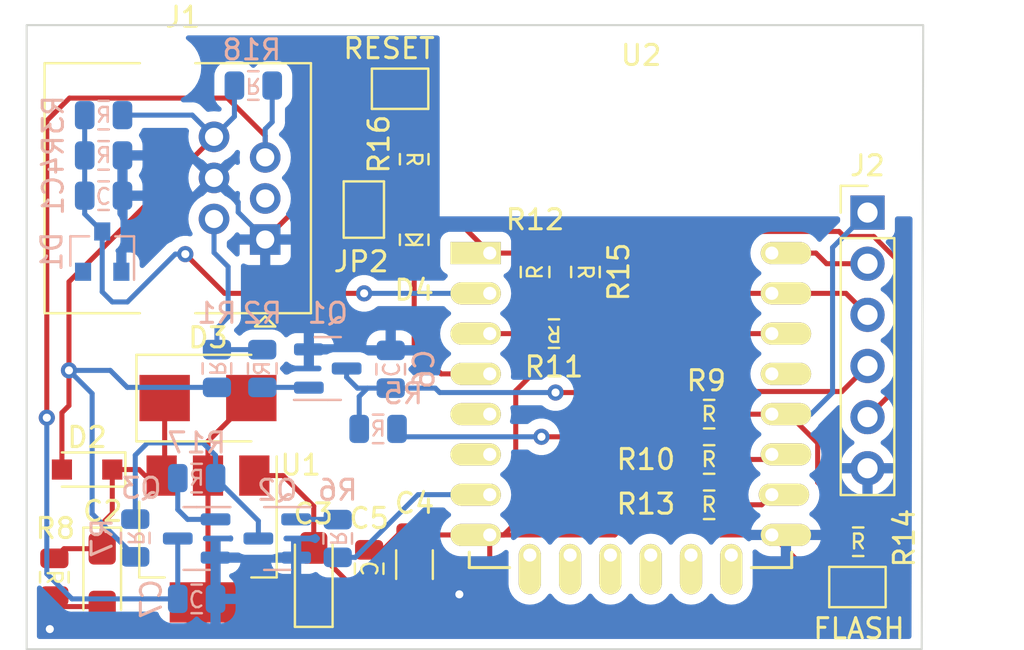
<source format=kicad_pcb>
(kicad_pcb (version 20211014) (generator pcbnew)
  (layers (0 "F.Cu" signal) (31 "B.Cu" signal) (34 "B.Paste" user) (35 "F.Paste" user) (36 "B.SilkS" user "B.Silkscreen") (37 "F.SilkS" user "F.Silkscreen") (38 "B.Mask" user) (39 "F.Mask" user) (44 "Edge.Cuts" user))
  (net 0 "")
  (net 1 "/V_MON")
  (net 2 "GND")
  (net 3 "Net-(C2-Pad1)")
  (net 4 "/3V3")
  (net 5 "/5V")
  (net 6 "/GPIO16")
  (net 7 "/nRST")
  (net 8 "/DATA")
  (net 10 "/GPIO0")
  (net 11 "Net-(JP1-Pad1)")
  (net 12 "Net-(JP2-Pad2)")
  (net 13 "Net-(Q1-Pad1)")
  (net 14 "/RTS")
  (net 15 "Net-(R6-Pad2)")
  (net 16 "/RX")
  (net 17 "/RX_EN")
  (net 18 "/GPIO2")
  (net 19 "/EN")
  (net 20 "/GPIO15")
  (net 22 "Net-(R17-Pad1)")
  (net 30 "/TX")
  (net 31 "Net-(R17-Pad2)")
  (net 33 "/DATA_REQ")
  (footprint "agro-footprint:RES_0805" (layer "F.Cu") (at 74.875 99.575)
    (fp_text reference "R10" (at -3.139822 0 180) (layer "F.SilkS"))
    (fp_text value "10k")
    (pad "1" smd roundrect locked (at -0.9375 0) (size 0.975 1.4) (layers "F.Cu" "F.Paste" "F.Mask") (net 4 "/3V3"))
    (pad "2" smd roundrect locked (at 0.9375 0) (size 0.975 1.4) (layers "F.Cu" "F.Paste" "F.Mask") (net 18 "/GPIO2"))
  )
  (footprint "Connector_RJ:RJ25_Wayconn_MJEA-660X1_Horizontal" (layer "F.Cu") (at 52.84 88.65 -90)
    (fp_text reference "J1" (at -11.05 4.09 180) (layer "F.SilkS"))
    (fp_text value "RJ12")
    (pad "" np_thru_hole circle (at 3.45 4.84 270) (size 2.3 2.3) (drill 2.3) (layers *.Cu *.Mask))
    (pad "" np_thru_hole circle (at -8.55 4.84 270) (size 2.3 2.3) (drill 2.3) (layers *.Cu *.Mask))
    (pad "1" thru_hole rect (at 0 0 270) (size 1.52 1.52) (drill 0.9) (layers *.Cu *.Mask) (net 2 "GND"))
    (pad "2" thru_hole circle (at -1.02 2.54 270) (size 1.52 1.52) (drill 0.9) (layers *.Cu *.Mask) (net 8 "/DATA"))
    (pad "3" thru_hole circle (at -2.04 0 270) (size 1.52 1.52) (drill 0.9) (layers *.Cu *.Mask))
    (pad "4" thru_hole circle (at -3.06 2.54 270) (size 1.52 1.52) (drill 0.9) (layers *.Cu *.Mask) (net 2 "GND"))
    (pad "5" thru_hole circle (at -4.08 0 270) (size 1.52 1.52) (drill 0.9) (layers *.Cu *.Mask) (net 14 "/RTS"))
    (pad "6" thru_hole circle (at -5.1 2.54 270) (size 1.52 1.52) (drill 0.9) (layers *.Cu *.Mask) (net 5 "/5V"))
  )
  (footprint "Capacitor_Tantalum_SMD:CP_EIA-3216-18_Kemet-A_Pad1.58x1.35mm_HandSolder" (layer "F.Cu") (at 44.75 105.445 -90)
    (fp_text reference "C2" (at -3.295 -0.025) (layer "F.SilkS"))
    (fp_text value "10u 10V")
    (pad "1" smd roundrect (at -1.4375 0 270) (size 1.575 1.35) (layers "F.Cu" "F.Paste" "F.Mask") (roundrect_rratio 0.185185) (net 3 "Net-(C2-Pad1)"))
    (pad "2" smd roundrect (at 1.4375 0 270) (size 1.575 1.35) (layers "F.Cu" "F.Paste" "F.Mask") (roundrect_rratio 0.185185) (net 2 "GND"))
  )
  (footprint "agro-footprint:RES_0805" (layer "F.Cu") (at 60.235178 84.6612 -90)
    (fp_text reference "R16" (at -0.75 1.75 90) (layer "F.SilkS"))
    (fp_text value "470R")
    (pad "1" smd roundrect locked (at -0.9375 0 270) (size 0.975 1.4) (layers "F.Cu" "F.Paste" "F.Mask") (net 12 "Net-(JP2-Pad2)"))
    (pad "2" smd roundrect locked (at 0.9375 0 270) (size 0.975 1.4) (layers "F.Cu" "F.Paste" "F.Mask") (net 7 "/nRST"))
  )
  (footprint "agro-footprint:RES_0805" (layer "F.Cu") (at 82.272678 103.6612)
    (fp_text reference "R14" (at 2.2887 -0.1831 90) (layer "F.SilkS"))
    (fp_text value "470R")
    (pad "1" smd roundrect locked (at -0.9375 0) (size 0.975 1.4) (layers "F.Cu" "F.Paste" "F.Mask") (net 11 "Net-(JP1-Pad1)"))
    (pad "2" smd roundrect locked (at 0.9375 0) (size 0.975 1.4) (layers "F.Cu" "F.Paste" "F.Mask") (net 10 "/GPIO0"))
  )
  (footprint "Capacitor_SMD:C_1206_3216Metric" (layer "F.Cu") (at 60.25 104.7987 -90)
    (fp_text reference "C4" (at -3.0487 0) (layer "F.SilkS"))
    (fp_text value "100u")
    (pad "1" smd roundrect (at -1.475 0 270) (size 1.15 1.8) (layers "F.Cu" "F.Paste" "F.Mask") (roundrect_rratio 0.217391) (net 4 "/3V3"))
    (pad "2" smd roundrect (at 1.475 0 270) (size 1.15 1.8) (layers "F.Cu" "F.Paste" "F.Mask") (roundrect_rratio 0.217391) (net 2 "GND"))
  )
  (footprint "kicad-ESP8266:ESP-12E" (layer "F.Cu") (at 63.985178 89.3237)
    (fp_text reference "U2" (at 7.514822 -9.8237 180) (layer "F.SilkS"))
    (fp_text value "ESP-12E" hide)
    (pad "1" thru_hole rect (at 0 0) (size 2.5 1.1) (drill 0.65 (offset -0.7 0)) (layers *.Cu *.Mask "F.SilkS") (net 7 "/nRST"))
    (pad "2" thru_hole oval (at 0 2) (size 2.5 1.1) (drill 0.65 (offset -0.7 0)) (layers *.Cu *.Mask "F.SilkS") (net 1 "/V_MON"))
    (pad "3" thru_hole oval (at 0 4) (size 2.5 1.1) (drill 0.65 (offset -0.7 0)) (layers *.Cu *.Mask "F.SilkS") (net 19 "/EN"))
    (pad "4" thru_hole oval (at 0 6) (size 2.5 1.1) (drill 0.65 (offset -0.7 0)) (layers *.Cu *.Mask "F.SilkS") (net 6 "/GPIO16"))
    (pad "5" thru_hole oval (at 0 8) (size 2.5 1.1) (drill 0.65 (offset -0.7 0)) (layers *.Cu *.Mask "F.SilkS"))
    (pad "6" thru_hole oval (at 0 10) (size 2.5 1.1) (drill 0.65 (offset -0.7 0)) (layers *.Cu *.Mask "F.SilkS"))
    (pad "7" thru_hole oval (at 0 12) (size 2.5 1.1) (drill 0.65 (offset -0.7 0)) (layers *.Cu *.Mask "F.SilkS") (net 33 "/DATA_REQ"))
    (pad "8" thru_hole oval (at 0 14) (size 2.5 1.1) (drill 0.65 (offset -0.7 0)) (layers *.Cu *.Mask "F.SilkS") (net 4 "/3V3"))
    (pad "9" thru_hole oval (at 14 14) (size 2.5 1.1) (drill 0.65 (offset 0.7 0)) (layers *.Cu *.Mask "F.SilkS") (net 2 "GND"))
    (pad "10" thru_hole oval (at 14 12) (size 2.5 1.1) (drill 0.65 (offset 0.6 0)) (layers *.Cu *.Mask "F.SilkS") (net 20 "/GPIO15"))
    (pad "11" thru_hole oval (at 14 10) (size 2.5 1.1) (drill 0.65 (offset 0.7 0)) (layers *.Cu *.Mask "F.SilkS") (net 18 "/GPIO2"))
    (pad "12" thru_hole oval (at 14 8) (size 2.5 1.1) (drill 0.65 (offset 0.7 0)) (layers *.Cu *.Mask "F.SilkS") (net 10 "/GPIO0"))
    (pad "13" thru_hole oval (at 14 6) (size 2.5 1.1) (drill 0.65 (offset 0.7 0)) (layers *.Cu *.Mask "F.SilkS"))
    (pad "14" thru_hole oval (at 14 4) (size 2.5 1.1) (drill 0.65 (offset 0.7 0)) (layers *.Cu *.Mask "F.SilkS") (net 17 "/RX_EN"))
    (pad "15" thru_hole oval (at 14 2) (size 2.5 1.1) (drill 0.65 (offset 0.7 0)) (layers *.Cu *.Mask "F.SilkS") (net 16 "/RX"))
    (pad "16" thru_hole oval (at 14 0) (size 2.5 1.1) (drill 0.65 (offset 0.7 0)) (layers *.Cu *.Mask "F.SilkS") (net 30 "/TX"))
    (pad "17" thru_hole oval (at 1.99 15 90) (size 2.5 1.1) (drill 0.65 (offset -0.7 0)) (layers *.Cu *.Mask "F.SilkS"))
    (pad "18" thru_hole oval (at 3.99 15 90) (size 2.5 1.1) (drill 0.65 (offset -0.7 0)) (layers *.Cu *.Mask "F.SilkS"))
    (pad "19" thru_hole oval (at 5.99 15 90) (size 2.5 1.1) (drill 0.65 (offset -0.7 0)) (layers *.Cu *.Mask "F.SilkS"))
    (pad "20" thru_hole oval (at 7.99 15 90) (size 2.5 1.1) (drill 0.65 (offset -0.7 0)) (layers *.Cu *.Mask "F.SilkS"))
    (pad "21" thru_hole oval (at 9.99 15 90) (size 2.5 1.1) (drill 0.65 (offset -0.7 0)) (layers *.Cu *.Mask "F.SilkS"))
    (pad "22" thru_hole oval (at 11.99 15 90) (size 2.5 1.1) (drill 0.65 (offset -0.7 0)) (layers *.Cu *.Mask "F.SilkS"))
  )
  (footprint "Diode_SMD:D_SOD-323_HandSoldering" (layer "F.Cu") (at 44 100.075 180)
    (fp_text reference "D2" (at 0 1.6) (layer "F.SilkS"))
    (fp_text value "CUS10S30")
    (pad "1" smd rect (at -1.25 0 180) (size 1 1) (layers "F.Cu" "F.Paste" "F.Mask") (net 3 "Net-(C2-Pad1)"))
    (pad "2" smd rect (at 1.25 0 180) (size 1 1) (layers "F.Cu" "F.Paste" "F.Mask") (net 5 "/5V"))
  )
  (footprint "agro-footprint:RES_0805" (layer "F.Cu") (at 67.172678 93.3237 180)
    (fp_text reference "R11" (at 0 -1.65) (layer "F.SilkS"))
    (fp_text value "10k")
    (pad "1" smd roundrect locked (at -0.9375 0 180) (size 0.975 1.4) (layers "F.Cu" "F.Paste" "F.Mask") (net 4 "/3V3"))
    (pad "2" smd roundrect locked (at 0.9375 0 180) (size 0.975 1.4) (layers "F.Cu" "F.Paste" "F.Mask") (net 19 "/EN"))
  )
  (footprint "Connector_PinHeader_2.54mm:PinHeader_1x06_P2.54mm_Vertical" (layer "F.Cu") (at 82.735178 87.3112)
    (fp_text reference "J2" (at 0 -2.33) (layer "F.SilkS"))
    (fp_text value "Conn_01x06")
    (pad "1" thru_hole rect (at 0 0) (size 1.7 1.7) (drill 1) (layers *.Cu *.Mask) (net 10 "/GPIO0"))
    (pad "2" thru_hole oval (at 0 2.54) (size 1.7 1.7) (drill 1) (layers *.Cu *.Mask) (net 30 "/TX"))
    (pad "3" thru_hole oval (at 0 5.08) (size 1.7 1.7) (drill 1) (layers *.Cu *.Mask) (net 16 "/RX"))
    (pad "4" thru_hole oval (at 0 7.62) (size 1.7 1.7) (drill 1) (layers *.Cu *.Mask) (net 4 "/3V3"))
    (pad "5" thru_hole oval (at 0 10.16) (size 1.7 1.7) (drill 1) (layers *.Cu *.Mask) (net 7 "/nRST"))
    (pad "6" thru_hole oval (at 0 12.7) (size 1.7 1.7) (drill 1) (layers *.Cu *.Mask) (net 2 "GND"))
  )
  (footprint "Jumper:SolderJumper-2_P1.3mm_Open_TrianglePad1.0x1.5mm" (layer "F.Cu") (at 57.735178 87.1612 90)
    (fp_text reference "JP2" (at -2.5888 -0.135178 180) (layer "F.SilkS"))
    (fp_text value "SolderJumper_2_Open")
    (pad "1" smd custom (at -0.725 0 90) (size 0.3 0.3) (layers "F.Cu" "F.Mask") (net 6 "/GPIO16") (options (clearance outline) (anchor rect)) (primitives (gr_poly (pts (xy 1 0) (xy 0.5 0.75) (xy -0.5 0.75) (xy -0.5 -0.75) (xy 0.5 -0.75)) (width 0) (fill yes))))
    (pad "2" smd custom (at 0.725 0 90) (size 0.3 0.3) (layers "F.Cu" "F.Mask") (net 12 "Net-(JP2-Pad2)") (options (clearance outline) (anchor rect)) (primitives (gr_poly (pts (xy 0.5 0.75) (xy -0.65 0.75) (xy -0.15 0) (xy -0.65 -0.75) (xy 0.5 -0.75)) (width 0) (fill yes))))
  )
  (footprint "agro-footprint:LED_0805" (layer "F.Cu") (at 60.235178 88.6612 90)
    (fp_text reference "D4" (at -2.5 0 180) (layer "F.SilkS"))
    (fp_text value "LED")
    (pad "1" smd roundrect locked (at -0.9375 0 90) (size 0.975 1.4) (layers "F.Cu" "F.Paste" "F.Mask") (net 6 "/GPIO16"))
    (pad "2" smd roundrect locked (at 0.9375 0 90) (size 0.975 1.4) (layers "F.Cu" "F.Paste" "F.Mask") (net 7 "/nRST"))
  )
  (footprint "agro-footprint:RES_0805" (layer "F.Cu") (at 74.875 97.3237)
    (fp_text reference "R9" (at -0.139822 -1.6625) (layer "F.SilkS"))
    (fp_text value "10k")
    (pad "1" smd roundrect locked (at -0.9375 0) (size 0.975 1.4) (layers "F.Cu" "F.Paste" "F.Mask") (net 4 "/3V3"))
    (pad "2" smd roundrect locked (at 0.9375 0) (size 0.975 1.4) (layers "F.Cu" "F.Paste" "F.Mask") (net 10 "/GPIO0"))
  )
  (footprint "Capacitor_Tantalum_SMD:CP_EIA-3216-18_Kemet-A_Pad1.58x1.35mm_HandSolder" (layer "F.Cu") (at 55.25 105.405 90)
    (fp_text reference "C3" (at 3.13 -0.025) (layer "F.SilkS"))
    (fp_text value "10u 10V")
    (pad "1" smd roundrect (at -1.4375 0 90) (size 1.575 1.35) (layers "F.Cu" "F.Paste" "F.Mask") (roundrect_rratio 0.185185) (net 4 "/3V3"))
    (pad "2" smd roundrect (at 1.4375 0 90) (size 1.575 1.35) (layers "F.Cu" "F.Paste" "F.Mask") (roundrect_rratio 0.185185) (net 2 "GND"))
  )
  (footprint "agro-footprint:CAP_0805" (layer "F.Cu") (at 58 105 -90)
    (fp_text reference "C5" (at -2.5 0 180) (layer "F.SilkS"))
    (fp_text value "100n")
    (pad "1" smd roundrect locked (at -0.9375 0 270) (size 0.975 1.4) (layers "F.Cu" "F.Paste" "F.Mask") (net 4 "/3V3"))
    (pad "2" smd roundrect locked (at 0.9375 0 270) (size 0.975 1.4) (layers "F.Cu" "F.Paste" "F.Mask") (net 2 "GND"))
  )
  (footprint "agro-footprint:RES_0805" (layer "F.Cu") (at 74.875 101.8263)
    (fp_text reference "R13" (at -3.139822 -0.0381 180) (layer "F.SilkS"))
    (fp_text value "10k")
    (pad "1" smd roundrect locked (at -0.9375 0) (size 0.975 1.4) (layers "F.Cu" "F.Paste" "F.Mask") (net 2 "GND"))
    (pad "2" smd roundrect locked (at 0.9375 0) (size 0.975 1.4) (layers "F.Cu" "F.Paste" "F.Mask") (net 20 "/GPIO15"))
  )
  (footprint "agro-footprint:RES_0805" (layer "F.Cu") (at 68.735178 90.2612 -90)
    (fp_text reference "R15" (at 0 -1.65 90) (layer "F.SilkS"))
    (fp_text value "470R")
    (pad "1" smd roundrect locked (at -0.9375 0 270) (size 0.975 1.4) (layers "F.Cu" "F.Paste" "F.Mask") (net 7 "/nRST"))
    (pad "2" smd roundrect locked (at 0.9375 0 270) (size 0.975 1.4) (layers "F.Cu" "F.Paste" "F.Mask") (net 4 "/3V3"))
  )
  (footprint "Jumper:SolderJumper-2_P1.3mm_Open_TrianglePad1.0x1.5mm" (layer "F.Cu") (at 59.535178 81.1612)
    (fp_text reference "JP3" hide)
    (fp_text value "SolderJumper_2_Open")
    (fp_text user "RESET" (at -0.55 -2 unlocked) (layer "F.SilkS"))
    (pad "1" smd custom (at -0.725 0) (size 0.3 0.3) (layers "F.Cu" "F.Mask") (net 2 "GND") (options (clearance outline) (anchor rect)) (primitives (gr_poly (pts (xy 1 0) (xy 0.5 0.75) (xy -0.5 0.75) (xy -0.5 -0.75) (xy 0.5 -0.75)) (width 0) (fill yes))))
    (pad "2" smd custom (at 0.725 0) (size 0.3 0.3) (layers "F.Cu" "F.Mask") (net 12 "Net-(JP2-Pad2)") (options (clearance outline) (anchor rect)) (primitives (gr_poly (pts (xy 0.5 0.75) (xy -0.65 0.75) (xy -0.15 0) (xy -0.65 -0.75) (xy 0.5 -0.75)) (width 0) (fill yes))))
  )
  (footprint "agro-footprint:RES_0805" (layer "F.Cu") (at 42.375 105.425 -90)
    (fp_text reference "R8" (at -2.425 -0.05) (layer "F.SilkS"))
    (fp_text value "10k")
    (pad "1" smd roundrect locked (at -0.9375 0 270) (size 0.975 1.4) (layers "F.Cu" "F.Paste" "F.Mask") (net 3 "Net-(C2-Pad1)"))
    (pad "2" smd roundrect locked (at 0.9375 0 270) (size 0.975 1.4) (layers "F.Cu" "F.Paste" "F.Mask") (net 2 "GND"))
  )
  (footprint "agro-footprint:RES_0805" (layer "F.Cu") (at 66.235178 90.2612 90)
    (fp_text reference "R12" (at 2.6 0 180) (layer "F.SilkS"))
    (fp_text value "10k")
    (pad "1" smd roundrect locked (at -0.9375 0 90) (size 0.975 1.4) (layers "F.Cu" "F.Paste" "F.Mask") (net 4 "/3V3"))
    (pad "2" smd roundrect locked (at 0.9375 0 90) (size 0.975 1.4) (layers "F.Cu" "F.Paste" "F.Mask") (net 7 "/nRST"))
  )
  (footprint "Package_TO_SOT_SMD:SOT-223-3_TabPin2" (layer "F.Cu") (at 50 103.525 -90)
    (fp_text reference "U1" (at -3.675 -4.6 180) (layer "F.SilkS"))
    (fp_text value "LM1117")
    (pad "1" smd rect (at -3.15 -2.3 270) (size 2 1.5) (layers "F.Cu" "F.Paste" "F.Mask") (net 2 "GND"))
    (pad "2" smd rect (at -3.15 0 270) (size 2 1.5) (layers "F.Cu" "F.Paste" "F.Mask") (net 4 "/3V3"))
    (pad "2" smd rect (at 3.15 0 270) (size 2 3.8) (layers "F.Cu" "F.Paste" "F.Mask") (net 4 "/3V3"))
    (pad "3" smd rect (at -3.15 2.3 270) (size 2 1.5) (layers "F.Cu" "F.Paste" "F.Mask") (net 3 "Net-(C2-Pad1)"))
  )
  (footprint "Diode_SMD:D_SMB" (layer "F.Cu") (at 50 96.525)
    (fp_text reference "D3" (at 0 -3) (layer "F.SilkS"))
    (fp_text value "10BQ015")
    (pad "1" smd rect (at -2.15 0) (size 2.5 2.3) (layers "F.Cu" "F.Paste" "F.Mask") (net 3 "Net-(C2-Pad1)"))
    (pad "2" smd rect (at 2.15 0) (size 2.5 2.3) (layers "F.Cu" "F.Paste" "F.Mask") (net 4 "/3V3"))
  )
  (footprint "Jumper:SolderJumper-2_P1.3mm_Open_TrianglePad1.0x1.5mm" (layer "F.Cu") (at 82.235178 105.9112 180)
    (fp_text reference "JP1" hide)
    (fp_text value "SolderJumper_2_Open")
    (fp_text user "FLASH" (at -0.0762 -2.0669 unlocked) (layer "F.SilkS"))
    (pad "1" smd custom (at -0.725 0 180) (size 0.3 0.3) (layers "F.Cu" "F.Mask") (net 11 "Net-(JP1-Pad1)") (options (clearance outline) (anchor rect)) (primitives (gr_poly (pts (xy 1 0) (xy 0.5 0.75) (xy -0.5 0.75) (xy -0.5 -0.75) (xy 0.5 -0.75)) (width 0) (fill yes))))
    (pad "2" smd custom (at 0.725 0 180) (size 0.3 0.3) (layers "F.Cu" "F.Mask") (net 2 "GND") (options (clearance outline) (anchor rect)) (primitives (gr_poly (pts (xy 0.5 0.75) (xy -0.65 0.75) (xy -0.15 0) (xy -0.65 -0.75) (xy 0.5 -0.75)) (width 0) (fill yes))))
  )
  (footprint "Diode_SMD:D_SOT-23_ANK" (layer "B.Cu") (at 44.75 89.25 90)
    (fp_text reference "D1" (at 0 -2.5 90) (layer "B.SilkS") (effects (justify mirror)))
    (fp_text value "BZX84C3V3")
    (pad "" smd rect (at -1 -0.95 90) (size 0.9 0.8) (layers "B.Cu" "B.Paste" "B.Mask"))
    (pad "1" smd rect (at 1 0 90) (size 0.9 0.8) (layers "B.Cu" "B.Paste" "B.Mask") (net 1 "/V_MON"))
    (pad "2" smd rect (at -1 0.95 90) (size 0.9 0.8) (layers "B.Cu" "B.Paste" "B.Mask") (net 2 "GND"))
  )
  (footprint "agro-footprint:RES_0805" (layer "B.Cu") (at 52.69375 95.05625 -90)
    (fp_text reference "R2" (at -2.75 0) (layer "B.SilkS") (effects (justify mirror)))
    (fp_text value "2k2")
    (pad "1" smd roundrect locked (at -0.9375 0 270) (size 0.975 1.4) (layers "B.Cu" "B.Paste" "B.Mask") (net 8 "/DATA"))
    (pad "2" smd roundrect locked (at 0.9375 0 270) (size 0.975 1.4) (layers "B.Cu" "B.Paste" "B.Mask") (net 13 "Net-(Q1-Pad1)"))
  )
  (footprint "agro-footprint:RES_0805" (layer "B.Cu") (at 52.25 81)
    (fp_text reference "R18" (at -0.075 -1.775) (layer "B.SilkS") (effects (justify mirror)))
    (fp_text value "10k")
    (pad "1" smd roundrect locked (at -0.9375 0) (size 0.975 1.4) (layers "B.Cu" "B.Paste" "B.Mask") (net 5 "/5V"))
    (pad "2" smd roundrect locked (at 0.9375 0) (size 0.975 1.4) (layers "B.Cu" "B.Paste" "B.Mask") (net 14 "/RTS"))
  )
  (footprint "Package_TO_SOT_SMD:SOT-23" (layer "B.Cu") (at 49.4375 103.5 180)
    (fp_text reference "Q3" (at 2.75 2.5) (layer "B.SilkS") (effects (justify mirror)))
    (fp_text value "BC847B")
    (pad "1" smd roundrect (at -0.9375 0.95 180) (size 1.475 0.6) (layers "B.Cu" "B.Paste" "B.Mask") (net 31 "Net-(R17-Pad2)"))
    (pad "2" smd roundrect (at -0.9375 -0.95 180) (size 1.475 0.6) (layers "B.Cu" "B.Paste" "B.Mask") (net 2 "GND"))
    (pad "3" smd roundrect (at 0.9375 0 180) (size 1.475 0.6) (layers "B.Cu" "B.Paste" "B.Mask") (net 14 "/RTS"))
  )
  (footprint "agro-footprint:CAP_0805" (layer "B.Cu") (at 44.8182 86.4706)
    (fp_text reference "C1" (at -2.5 0 90) (layer "B.SilkS") (effects (justify mirror)))
    (fp_text value "10n 50V")
    (pad "1" smd roundrect locked (at -0.9375 0) (size 0.975 1.4) (layers "B.Cu" "B.Paste" "B.Mask") (net 1 "/V_MON"))
    (pad "2" smd roundrect locked (at 0.9375 0) (size 0.975 1.4) (layers "B.Cu" "B.Paste" "B.Mask") (net 2 "GND"))
  )
  (footprint "agro-footprint:RES_0805" (layer "B.Cu") (at 44.8182 84.4706 180)
    (fp_text reference "R4" (at 2.5 0 90) (layer "B.SilkS") (effects (justify mirror)))
    (fp_text value "1k1")
    (pad "1" smd roundrect locked (at -0.9375 0 180) (size 0.975 1.4) (layers "B.Cu" "B.Paste" "B.Mask") (net 2 "GND"))
    (pad "2" smd roundrect locked (at 0.9375 0 180) (size 0.975 1.4) (layers "B.Cu" "B.Paste" "B.Mask") (net 1 "/V_MON"))
  )
  (footprint "agro-footprint:RES_0805" (layer "B.Cu") (at 46.3907 103.4746 90)
    (fp_text reference "R7" (at 0 -1.65 90) (layer "B.SilkS") (effects (justify mirror)))
    (fp_text value "10k")
    (pad "1" smd roundrect locked (at -0.9375 0 90) (size 0.975 1.4) (layers "B.Cu" "B.Paste" "B.Mask") (net 5 "/5V"))
    (pad "2" smd roundrect locked (at 0.9375 0 90) (size 0.975 1.4) (layers "B.Cu" "B.Paste" "B.Mask") (net 22 "Net-(R17-Pad1)"))
  )
  (footprint "agro-footprint:RES_0805" (layer "B.Cu") (at 50.44375 95.05625 90)
    (fp_text reference "R1" (at 2.75 0) (layer "B.SilkS") (effects (justify mirror)))
    (fp_text value "10k")
    (pad "1" smd roundrect locked (at -0.9375 0 90) (size 0.975 1.4) (layers "B.Cu" "B.Paste" "B.Mask") (net 5 "/5V"))
    (pad "2" smd roundrect locked (at 0.9375 0 90) (size 0.975 1.4) (layers "B.Cu" "B.Paste" "B.Mask") (net 8 "/DATA"))
  )
  (footprint "agro-footprint:RES_0805" (layer "B.Cu") (at 49.4375 100.5 180)
    (fp_text reference "R17" (at 0 1.75) (layer "B.SilkS") (effects (justify mirror)))
    (fp_text value "2k2")
    (pad "1" smd roundrect locked (at -0.9375 0 180) (size 0.975 1.4) (layers "B.Cu" "B.Paste" "B.Mask") (net 22 "Net-(R17-Pad1)"))
    (pad "2" smd roundrect locked (at 0.9375 0 180) (size 0.975 1.4) (layers "B.Cu" "B.Paste" "B.Mask") (net 31 "Net-(R17-Pad2)"))
  )
  (footprint "agro-footprint:RES_0805" (layer "B.Cu") (at 58.44375 98.05625 180)
    (fp_text reference "R5" (at -1.25 1.75) (layer "B.SilkS") (effects (justify mirror)))
    (fp_text value "2k2")
    (pad "1" smd roundrect locked (at -0.9375 0 180) (size 0.975 1.4) (layers "B.Cu" "B.Paste" "B.Mask") (net 17 "/RX_EN"))
    (pad "2" smd roundrect locked (at 0.9375 0 180) (size 0.975 1.4) (layers "B.Cu" "B.Paste" "B.Mask") (net 16 "/RX"))
  )
  (footprint "Package_TO_SOT_SMD:SOT-23" (layer "B.Cu") (at 53.4375 103.5 180)
    (fp_text reference "Q2" (at 0 2.4) (layer "B.SilkS") (effects (justify mirror)))
    (fp_text value "BC847B")
    (pad "1" smd roundrect (at -0.9375 0.95 180) (size 1.475 0.6) (layers "B.Cu" "B.Paste" "B.Mask") (net 15 "Net-(R6-Pad2)"))
    (pad "2" smd roundrect (at -0.9375 -0.95 180) (size 1.475 0.6) (layers "B.Cu" "B.Paste" "B.Mask") (net 2 "GND"))
    (pad "3" smd roundrect (at 0.9375 0 180) (size 1.475 0.6) (layers "B.Cu" "B.Paste" "B.Mask") (net 22 "Net-(R17-Pad1)"))
  )
  (footprint "agro-footprint:RES_0805" (layer "B.Cu") (at 56.4375 103.5 90)
    (fp_text reference "R6" (at 2.4 0) (layer "B.SilkS") (effects (justify mirror)))
    (fp_text value "2k2")
    (pad "1" smd roundrect locked (at -0.9375 0 90) (size 0.975 1.4) (layers "B.Cu" "B.Paste" "B.Mask") (net 33 "/DATA_REQ"))
    (pad "2" smd roundrect locked (at 0.9375 0 90) (size 0.975 1.4) (layers "B.Cu" "B.Paste" "B.Mask") (net 15 "Net-(R6-Pad2)"))
  )
  (footprint "agro-footprint:RES_0805" (layer "B.Cu") (at 44.8182 82.4706 180)
    (fp_text reference "R3" (at 2.5 0 90) (layer "B.SilkS") (effects (justify mirror)))
    (fp_text value "5k")
    (pad "1" smd roundrect locked (at -0.9375 0 180) (size 0.975 1.4) (layers "B.Cu" "B.Paste" "B.Mask") (net 5 "/5V"))
    (pad "2" smd roundrect locked (at 0.9375 0 180) (size 0.975 1.4) (layers "B.Cu" "B.Paste" "B.Mask") (net 1 "/V_MON"))
  )
  (footprint "Package_TO_SOT_SMD:SOT-23" (layer "B.Cu") (at 55.94375 95.05625)
    (fp_text reference "Q1" (at 0 -2.75) (layer "B.SilkS") (effects (justify mirror)))
    (fp_text value "BC847B")
    (pad "1" smd roundrect (at -0.9375 0.95) (size 1.475 0.6) (layers "B.Cu" "B.Paste" "B.Mask") (net 13 "Net-(Q1-Pad1)"))
    (pad "2" smd roundrect (at -0.9375 -0.95) (size 1.475 0.6) (layers "B.Cu" "B.Paste" "B.Mask") (net 2 "GND"))
    (pad "3" smd roundrect (at 0.9375 0) (size 1.475 0.6) (layers "B.Cu" "B.Paste" "B.Mask") (net 16 "/RX"))
  )
  (footprint "agro-footprint:CAP_0805" (layer "B.Cu") (at 59.06875 95.09375 90)
    (fp_text reference "C6" (at 0 1.65 90) (layer "B.SilkS") (effects (justify mirror)))
    (fp_text value "10n 50V")
    (pad "1" smd roundrect locked (at -0.9375 0 90) (size 0.975 1.4) (layers "B.Cu" "B.Paste" "B.Mask") (net 16 "/RX"))
    (pad "2" smd roundrect locked (at 0.9375 0 90) (size 0.975 1.4) (layers "B.Cu" "B.Paste" "B.Mask") (net 2 "GND"))
  )
  (footprint "agro-footprint:CAP_0805" (layer "B.Cu") (at 49.4375 106.5)
    (fp_text reference "C7" (at -2.25 0 90) (layer "B.SilkS") (effects (justify mirror)))
    (fp_text value "10n 50V")
    (pad "1" smd roundrect locked (at -0.9375 0) (size 0.975 1.4) (layers "B.Cu" "B.Paste" "B.Mask") (net 14 "/RTS"))
    (pad "2" smd roundrect locked (at 0.9375 0) (size 0.975 1.4) (layers "B.Cu" "B.Paste" "B.Mask") (net 2 "GND"))
  )
  (gr_poly (pts (xy 85.425 109) (xy 41 109) (xy 41 78) (xy 85.5 78)) (layer "Edge.Cuts") (width 0.1) (fill none))
  (segment (start 50.8237 91.3237) (end 48.875 89.375) (width 0.25) (layer "F.Cu") (net 1))
  (segment (start 57.75 91.3237) (end 50.8237 91.3237) (width 0.25) (layer "F.Cu") (net 1))
  (via (at 57.75 91.3237) (size 0.8) (drill 0.4) (layers "F.Cu" "B.Cu") (net 1))
  (via (at 48.875 89.375) (size 0.8) (drill 0.4) (layers "F.Cu" "B.Cu") (net 1))
  (segment (start 43.8807 86.4706) (end 43.8807 87.3807) (width 0.25) (layer "B.Cu") (net 1))
  (segment (start 46 91.75) (end 48.375 89.375) (width 0.25) (layer "B.Cu") (net 1))
  (segment (start 63.985178 91.3237) (end 57.75 91.3237) (width 0.25) (layer "B.Cu") (net 1))
  (segment (start 44.75 91.25) (end 45.25 91.75) (width 0.25) (layer "B.Cu") (net 1))
  (segment (start 43.8807 84.4706) (end 43.8807 86.4706) (width 0.25) (layer "B.Cu") (net 1))
  (segment (start 43.8807 87.3807) (end 44.75 88.25) (width 0.25) (layer "B.Cu") (net 1))
  (segment (start 43.8807 82.4706) (end 43.8807 84.4706) (width 0.25) (layer "B.Cu") (net 1))
  (segment (start 44.75 88.25) (end 44.75 91.25) (width 0.25) (layer "B.Cu") (net 1))
  (segment (start 45.25 91.75) (end 46 91.75) (width 0.25) (layer "B.Cu") (net 1))
  (segment (start 48.375 89.375) (end 48.875 89.375) (width 0.25) (layer "B.Cu") (net 1))
  (segment (start 81.510178 105.9112) (end 80.572678 105.9112) (width 0.25) (layer "F.Cu") (net 2))
  (segment (start 57.22 105.9375) (end 55.25 103.9675) (width 0.25) (layer "F.Cu") (net 2))
  (segment (start 52.3 100.375) (end 53.725 100.375) (width 0.25) (layer "F.Cu") (net 2))
  (segment (start 44.75 106.8825) (end 42.895 106.8825) (width 0.25) (layer "F.Cu") (net 2))
  (segment (start 42.15 108) (end 42.15 106.5875) (width 0.25) (layer "F.Cu") (net 2))
  (segment (start 75.4349 103.3237) (end 73.9375 101.8263) (width 0.25) (layer "F.Cu") (net 2))
  (segment (start 58.810178 81.1612) (end 57.0888 81.1612) (width 0.25) (layer "F.Cu") (net 2))
  (segment (start 53.725 100.375) (end 55.25 101.9) (width 0.25) (layer "F.Cu") (net 2))
  (segment (start 57.0888 81.1612) (end 55.25 83) (width 0.25) (layer "F.Cu") (net 2))
  (segment (start 58.9375 105.9375) (end 58 105.9375) (width 0.25) (layer "F.Cu") (net 2))
  (segment (start 59.2737 106.2737) (end 58.9375 105.9375) (width 0.25) (layer "F.Cu") (net 2))
  (segment (start 55.25 103.9675) (end 55.25 101.9) (width 0.25) (layer "F.Cu") (net 2))
  (segment (start 60.25 106.2737) (end 59.2737 106.2737) (width 0.25) (layer "F.Cu") (net 2))
  (segment (start 42.15 106.5875) (end 42.375 106.3625) (width 0.25) (layer "F.Cu") (net 2))
  (segment (start 80.572678 105.9112) (end 77.985178 103.3237) (width 0.25) (layer "F.Cu") (net 2))
  (segment (start 60.25 106.2737) (end 62.4763 106.2737) (width 0.25) (layer "F.Cu") (net 2))
  (segment (start 58 105.9375) (end 57.22 105.9375) (width 0.25) (layer "F.Cu") (net 2))
  (segment (start 55.25 86.24) (end 55.25 83) (width 0.25) (layer "F.Cu") (net 2))
  (segment (start 52.84 88.65) (end 55.25 86.24) (width 0.25) (layer "F.Cu") (net 2))
  (segment (start 42.895 106.8825) (end 42.375 106.3625) (width 0.25) (layer "F.Cu") (net 2))
  (segment (start 77.985178 103.3237) (end 75.4349 103.3237) (width 0.25) (layer "F.Cu") (net 2))
  (via (at 62.4763 106.2737) (size 0.8) (drill 0.4) (layers "F.Cu" "B.Cu") (net 2))
  (via (at 42.15 108) (size 0.8) (drill 0.4) (layers "F.Cu" "B.Cu") (net 2))
  (segment (start 52.65 88.445578) (end 51.5 87.295578) (width 0.25) (layer "B.Cu") (net 2))
  (segment (start 51.5 87.295578) (end 51.5 86.79) (width 0.25) (layer "B.Cu") (net 2))
  (segment (start 52.84 88.65) (end 52.65 88.65) (width 0.25) (layer "B.Cu") (net 2))
  (segment (start 51.5 86.79) (end 50.3 85.59) (width 0.25) (layer "B.Cu") (net 2))
  (segment (start 52.65 88.65) (end 52.65 88.445578) (width 0.25) (layer "B.Cu") (net 2))
  (segment (start 46.575 100.075) (end 45.25 100.075) (width 0.25) (layer "F.Cu") (net 3))
  (segment (start 47.85 96.525) (end 47.85 100.225) (width 0.25) (layer "F.Cu") (net 3))
  (segment (start 45.25 102.25) (end 45.25 100.075) (width 0.25) (layer "F.Cu") (net 3))
  (segment (start 44.75 102.75) (end 45.25 102.25) (width 0.25) (layer "F.Cu") (net 3))
  (segment (start 44.75 104.0075) (end 44.75 102.75) (width 0.25) (layer "F.Cu") (net 3))
  (segment (start 46.875 100.375) (end 46.575 100.075) (width 0.25) (layer "F.Cu") (net 3))
  (segment (start 47.7 100.375) (end 46.875 100.375) (width 0.25) (layer "F.Cu") (net 3))
  (segment (start 42.855 104.0075) (end 42.375 104.4875) (width 0.25) (layer "F.Cu") (net 3))
  (segment (start 44.75 104.0075) (end 42.855 104.0075) (width 0.25) (layer "F.Cu") (net 3))
  (segment (start 63.985178 107.264822) (end 63.985178 103.3237) (width 0.25) (layer "F.Cu") (net 4))
  (segment (start 63.985178 103.3237) (end 70.1888 103.3237) (width 0.25) (layer "F.Cu") (net 4))
  (segment (start 81.467678 96.1987) (end 74.6987 96.1987) (width 0.25) (layer "F.Cu") (net 4))
  (segment (start 56.0925 106.8425) (end 57 107.75) (width 0.25) (layer "F.Cu") (net 4))
  (segment (start 55.25 106.8425) (end 56.0925 106.8425) (width 0.25) (layer "F.Cu") (net 4))
  (segment (start 50 100.375) (end 50 106.675) (width 0.25) (layer "F.Cu") (net 4))
  (segment (start 64.6763 103.3237) (end 63.985178 103.3237) (width 0.25) (layer "F.Cu") (net 4))
  (segment (start 74.6987 96.1987) (end 73.9375 96.9599) (width 0.25) (layer "F.Cu") (net 4))
  (segment (start 68.735178 92.6987) (end 68.110178 93.3237) (width 0.25) (layer "F.Cu") (net 4))
  (segment (start 50 100.375) (end 50 98.675) (width 0.25) (layer "F.Cu") (net 4))
  (segment (start 58.6875 104.0625) (end 58 104.0625) (width 0.25) (layer "F.Cu") (net 4))
  (segment (start 63.985178 103.3237) (end 60.25 103.3237) (width 0.25) (layer "F.Cu") (net 4))
  (segment (start 73.9375 99.575) (end 73.9375 97.3237) (width 0.25) (layer "F.Cu") (net 4))
  (segment (start 66.235178 91.1987) (end 68.735178 91.1987) (width 0.25) (layer "F.Cu") (net 4))
  (segment (start 65.275 96.158878) (end 65.275 102.725) (width 0.25) (layer "F.Cu") (net 4))
  (segment (start 50 98.675) (end 52.15 96.525) (width 0.25) (layer "F.Cu") (net 4))
  (segment (start 65.275 102.725) (end 64.6763 103.3237) (width 0.25) (layer "F.Cu") (net 4))
  (segment (start 59.4263 103.3237) (end 58.6875 104.0625) (width 0.25) (layer "F.Cu") (net 4))
  (segment (start 68.735178 91.1987) (end 68.735178 92.6987) (width 0.25) (layer "F.Cu") (net 4))
  (segment (start 73.9375 96.9599) (end 73.9375 97.3237) (width 0.25) (layer "F.Cu") (net 4))
  (segment (start 63.5 107.75) (end 63.985178 107.264822) (width 0.25) (layer "F.Cu") (net 4))
  (segment (start 55.25 106.8425) (end 53.2425 106.8425) (width 0.25) (layer "F.Cu") (net 4))
  (segment (start 53.075 106.675) (end 50 106.675) (width 0.25) (layer "F.Cu") (net 4))
  (segment (start 68.110178 93.3237) (end 65.275 96.158878) (width 0.25) (layer "F.Cu") (net 4))
  (segment (start 60.25 103.3237) (end 59.4263 103.3237) (width 0.25) (layer "F.Cu") (net 4))
  (segment (start 57 107.75) (end 63.5 107.75) (width 0.25) (layer "F.Cu") (net 4))
  (segment (start 70.1888 103.3237) (end 73.9375 99.575) (width 0.25) (layer "F.Cu") (net 4))
  (segment (start 53.2425 106.8425) (end 53.075 106.675) (width 0.25) (layer "F.Cu") (net 4))
  (segment (start 82.735178 94.9312) (end 81.467678 96.1987) (width 0.25) (layer "F.Cu") (net 4))
  (segment (start 42.75 97.25) (end 43 97) (width 0.25) (layer "F.Cu") (net 5))
  (segment (start 43.1 90.75) (end 50.3 83.55) (width 0.25) (layer "F.Cu") (net 5))
  (segment (start 43.1 96.9) (end 43.1 95.15) (width 0.25) (layer "F.Cu") (net 5))
  (segment (start 43.1 90.75) (end 43.1 95.15) (width 0.25) (layer "F.Cu") (net 5))
  (segment (start 42.75 100.075) (end 42.75 97.25) (width 0.25) (layer "F.Cu") (net 5))
  (segment (start 43 97) (end 43.1 96.9) (width 0.25) (layer "F.Cu") (net 5))
  (via (at 43.1 95.15) (size 0.8) (drill 0.4) (layers "F.Cu" "B.Cu") (net 5))
  (segment (start 46.3907 104.4121) (end 44.25 102.2714) (width 0.25) (layer "B.Cu") (net 5))
  (segment (start 44.25 96.3) (end 43.1 95.15) (width 0.25) (layer "B.Cu") (net 5))
  (segment (start 44.25 102.2714) (end 44.25 96.3) (width 0.25) (layer "B.Cu") (net 5))
  (segment (start 45.15 95.15) (end 45.99375 95.99375) (width 0.25) (layer "B.Cu") (net 5))
  (segment (start 51.3125 81) (end 51.3125 82.5375) (width 0.25) (layer "B.Cu") (net 5))
  (segment (start 49.2206 82.4706) (end 50.3 83.55) (width 0.25) (layer "B.Cu") (net 5))
  (segment (start 45.7557 82.4706) (end 49.2206 82.4706) (width 0.25) (layer "B.Cu") (net 5))
  (segment (start 51.3125 82.5375) (end 50.3 83.55) (width 0.25) (layer "B.Cu") (net 5))
  (segment (start 43.1 95.15) (end 45.15 95.15) (width 0.25) (layer "B.Cu") (net 5))
  (segment (start 45.99375 95.99375) (end 50.44375 95.99375) (width 0.25) (layer "B.Cu") (net 5))
  (segment (start 61.5737 95.3237) (end 63.985178 95.3237) (width 0.25) (layer "F.Cu") (net 6))
  (segment (start 60.235178 93.985178) (end 61.5737 95.3237) (width 0.25) (layer "F.Cu") (net 6))
  (segment (start 58.0987 89.5987) (end 60.235178 89.5987) (width 0.25) (layer "F.Cu") (net 6))
  (segment (start 57.735178 89.235178) (end 58.0987 89.5987) (width 0.25) (layer "F.Cu") (net 6))
  (segment (start 60.235178 89.5987) (end 60.235178 93.985178) (width 0.25) (layer "F.Cu") (net 6))
  (segment (start 57.735178 87.8862) (end 57.735178 89.235178) (width 0.25) (layer "F.Cu") (net 6))
  (segment (start 83.045679 88.5) (end 84.25 89.704321) (width 0.25) (layer "F.Cu") (net 7))
  (segment (start 81.573978 88.5) (end 83.045679 88.5) (width 0.25) (layer "F.Cu") (net 7))
  (segment (start 62.385178 87.7237) (end 63.985178 89.3237) (width 0.25) (layer "F.Cu") (net 7))
  (segment (start 84.25 95.956378) (end 82.735178 97.4712) (width 0.25) (layer "F.Cu") (net 7))
  (segment (start 81.323978 88.25) (end 81.573978 88.5) (width 0.25) (layer "F.Cu") (net 7))
  (segment (start 66.235178 89.3237) (end 68.735178 89.3237) (width 0.25) (layer "F.Cu") (net 7))
  (segment (start 84.25 89.704321) (end 84.25 95.956378) (width 0.25) (layer "F.Cu") (net 7))
  (segment (start 60.235178 85.5987) (end 60.235178 87.7237) (width 0.25) (layer "F.Cu") (net 7))
  (segment (start 66.235178 89.3237) (end 63.985178 89.3237) (width 0.25) (layer "F.Cu") (net 7))
  (segment (start 68.735178 89.3237) (end 74.6763 89.3237) (width 0.25) (layer "F.Cu") (net 7))
  (segment (start 75.75 88.25) (end 81.323978 88.25) (width 0.25) (layer "F.Cu") (net 7))
  (segment (start 74.6763 89.3237) (end 75.75 88.25) (width 0.25) (layer "F.Cu") (net 7))
  (segment (start 60.235178 87.7237) (end 62.385178 87.7237) (width 0.25) (layer "F.Cu") (net 7))
  (segment (start 50.44375 93.05625) (end 51 92.5) (width 0.25) (layer "B.Cu") (net 8))
  (segment (start 50.44375 94.11875) (end 52.69375 94.11875) (width 0.25) (layer "B.Cu") (net 8))
  (segment (start 50.3 89.3) (end 50.3 87.63) (width 0.25) (layer "B.Cu") (net 8))
  (segment (start 51 92.5) (end 51 90) (width 0.25) (layer "B.Cu") (net 8))
  (segment (start 50.44375 94.11875) (end 50.44375 93.05625) (width 0.25) (layer "B.Cu") (net 8))
  (segment (start 51 90) (end 50.3 89.3) (width 0.25) (layer "B.Cu") (net 8))
  (segment (start 80.260178 100.7112) (end 80.260178 98.760178) (width 0.25) (layer "F.Cu") (net 10))
  (segment (start 75.8125 97.3237) (end 77.985178 97.3237) (width 0.25) (layer "F.Cu") (net 10))
  (segment (start 80.260178 98.760178) (end 78.8237 97.3237) (width 0.25) (layer "F.Cu") (net 10))
  (segment (start 78.8237 97.3237) (end 77.985178 97.3237) (width 0.25) (layer "F.Cu") (net 10))
  (segment (start 83.210178 103.6612) (end 80.260178 100.7112) (width 0.25) (layer "F.Cu") (net 10))
  (segment (start 81 89.046378) (end 82.735178 87.3112) (width 0.25) (layer "B.Cu") (net 10))
  (segment (start 77.985178 97.3237) (end 79.9263 97.3237) (width 0.25) (layer "B.Cu") (net 10))
  (segment (start 81 96.25) (end 81 89.046378) (width 0.25) (layer "B.Cu") (net 10))
  (segment (start 79.9263 97.3237) (end 81 96.25) (width 0.25) (layer "B.Cu") (net 10))
  (segment (start 82.960178 105.2862) (end 81.335178 103.6612) (width 0.25) (layer "F.Cu") (net 11))
  (segment (start 82.960178 105.9112) (end 82.960178 105.2862) (width 0.25) (layer "F.Cu") (net 11))
  (segment (start 57.735178 85.514822) (end 57.735178 86.4362) (width 0.25) (layer "F.Cu") (net 12))
  (segment (start 60.235178 83.7237) (end 59.5263 83.7237) (width 0.25) (layer "F.Cu") (net 12))
  (segment (start 60.260178 81.1612) (end 60.260178 83.6987) (width 0.25) (layer "F.Cu") (net 12))
  (segment (start 59.5263 83.7237) (end 57.735178 85.514822) (width 0.25) (layer "F.Cu") (net 12))
  (segment (start 60.260178 83.6987) (end 60.235178 83.7237) (width 0.25) (layer "F.Cu") (net 12))
  (segment (start 54.99375 95.99375) (end 55.00625 96.00625) (width 0.25) (layer "B.Cu") (net 13))
  (segment (start 52.69375 95.99375) (end 54.99375 95.99375) (width 0.25) (layer "B.Cu") (net 13))
  (segment (start 43.124999 81.625001) (end 50.969803 81.625001) (width 0.25) (layer "F.Cu") (net 14))
  (segment (start 52.84 83.495198) (end 52.84 84.57) (width 0.25) (layer "F.Cu") (net 14))
  (segment (start 42 97.5) (end 42 82.75) (width 0.25) (layer "F.Cu") (net 14))
  (segment (start 50.969803 81.625001) (end 52.84 83.495198) (width 0.25) (layer "F.Cu") (net 14))
  (segment (start 42 82.75) (end 43.124999 81.625001) (width 0.25) (layer "F.Cu") (net 14))
  (via (at 42 97.5) (size 0.8) (drill 0.4) (layers "F.Cu" "B.Cu") (net 14))
  (segment (start 48.5 106.5) (end 48.5 103.5) (width 0.25) (layer "B.Cu") (net 14))
  (segment (start 52.84 84.57) (end 52.84 83.16) (width 0.25) (layer "B.Cu") (net 14))
  (segment (start 42 105.25) (end 43.25 106.5) (width 0.25) (layer "B.Cu") (net 14))
  (segment (start 52.84 83.16) (end 53.1875 82.8125) (width 0.25) (layer "B.Cu") (net 14))
  (segment (start 43.25 106.5) (end 48.5 106.5) (width 0.25) (layer "B.Cu") (net 14))
  (segment (start 42 97.5) (end 42 105.25) (width 0.25) (layer "B.Cu") (net 14))
  (segment (start 53.1875 82.8125) (end 53.1875 81) (width 0.25) (layer "B.Cu") (net 14))
  (segment (start 54.375 102.55) (end 56.425 102.55) (width 0.25) (layer "B.Cu") (net 15))
  (segment (start 56.425 102.55) (end 56.4375 102.5625) (width 0.25) (layer "B.Cu") (net 15))
  (segment (start 77.985178 91.3237) (end 81.667678 91.3237) (width 0.25) (layer "F.Cu") (net 16))
  (segment (start 74.4263 91.3237) (end 77.985178 91.3237) (width 0.25) (layer "F.Cu") (net 16))
  (segment (start 67.25 96.25) (end 69.5 96.25) (width 0.25) (layer "F.Cu") (net 16))
  (segment (start 81.667678 91.3237) (end 82.735178 92.3912) (width 0.25) (layer "F.Cu") (net 16))
  (segment (start 69.5 96.25) (end 74.4263 91.3237) (width 0.25) (layer "F.Cu") (net 16))
  (via (at 67.25 96.25) (size 0.8) (drill 0.4) (layers "F.Cu" "B.Cu") (net 16))
  (segment (start 59.06875 96.03125) (end 61.28125 96.03125) (width 0.25) (layer "B.Cu") (net 16))
  (segment (start 61.28125 96.03125) (end 61.5 96.25) (width 0.25) (layer "B.Cu") (net 16))
  (segment (start 57.41875 96.03125) (end 56.88125 95.49375) (width 0.25) (layer "B.Cu") (net 16))
  (segment (start 59.06875 96.03125) (end 57.91875 96.03125) (width 0.25) (layer "B.Cu") (net 16))
  (segment (start 57.91875 96.03125) (end 57.41875 96.03125) (width 0.25) (layer "B.Cu") (net 16))
  (segment (start 56.88125 95.49375) (end 56.88125 95.05625) (width 0.25) (layer "B.Cu") (net 16))
  (segment (start 57.50625 96.44375) (end 57.91875 96.03125) (width 0.25) (layer "B.Cu") (net 16))
  (segment (start 61.5 96.25) (end 67.25 96.25) (width 0.25) (layer "B.Cu") (net 16))
  (segment (start 57.50625 98.05625) (end 57.50625 96.44375) (width 0.25) (layer "B.Cu") (net 16))
  (segment (start 68.8013 98.4487) (end 73.9263 93.3237) (width 0.25) (layer "F.Cu") (net 17))
  (segment (start 66.5513 98.4487) (end 68.8013 98.4487) (width 0.25) (layer "F.Cu") (net 17))
  (segment (start 73.9263 93.3237) (end 77.985178 93.3237) (width 0.25) (layer "F.Cu") (net 17))
  (via (at 66.5513 98.4487) (size 0.8) (drill 0.4) (layers "F.Cu" "B.Cu") (net 17))
  (segment (start 59.7737 98.4487) (end 66.5513 98.4487) (width 0.25) (layer "B.Cu") (net 17))
  (segment (start 59.38125 98.05625) (end 59.7737 98.4487) (width 0.25) (layer "B.Cu") (net 17))
  (segment (start 77.733878 99.575) (end 77.985178 99.3237) (width 0.25) (layer "F.Cu") (net 18))
  (segment (start 75.8125 99.575) (end 77.733878 99.575) (width 0.25) (layer "F.Cu") (net 18))
  (segment (start 63.985178 93.3237) (end 66.235178 93.3237) (width 0.25) (layer "F.Cu") (net 19))
  (segment (start 75.8125 101.8263) (end 77.482578 101.8263) (width 0.25) (layer "F.Cu") (net 20))
  (segment (start 77.482578 101.8263) (end 77.985178 101.3237) (width 0.25) (layer "F.Cu") (net 20))
  (segment (start 50.375 99.375) (end 49.75 98.75) (width 0.25) (layer "B.Cu") (net 22))
  (segment (start 52.5 102.625) (end 52.5 103.5) (width 0.25) (layer "B.Cu") (net 22))
  (segment (start 46.3907 99.3593) (end 46.3907 102.5371) (width 0.25) (layer "B.Cu") (net 22))
  (segment (start 47 98.75) (end 46.3907 99.3593) (width 0.25) (layer "B.Cu") (net 22))
  (segment (start 50.375 100.5) (end 50.375 99.375) (width 0.25) (layer "B.Cu") (net 22))
  (segment (start 49.75 98.75) (end 47 98.75) (width 0.25) (layer "B.Cu") (net 22))
  (segment (start 50.375 100.5) (end 52.5 102.625) (width 0.25) (layer "B.Cu") (net 22))
  (segment (start 80.7038 89.8512) (end 82.735178 89.8512) (width 0.25) (layer "F.Cu") (net 30))
  (segment (start 80.1763 89.3237) (end 80.7038 89.8512) (width 0.25) (layer "F.Cu") (net 30))
  (segment (start 77.985178 89.3237) (end 80.1763 89.3237) (width 0.25) (layer "F.Cu") (net 30))
  (segment (start 48.5 102.0625) (end 48.5 100.5) (width 0.25) (layer "B.Cu") (net 31))
  (segment (start 50.375 102.55) (end 48.9875 102.55) (width 0.25) (layer "B.Cu") (net 31))
  (segment (start 48.9875 102.55) (end 48.5 102.0625) (width 0.25) (layer "B.Cu") (net 31))
  (segment (start 60.4263 101.3237) (end 57.3125 104.4375) (width 0.25) (layer "B.Cu") (net 33))
  (segment (start 63.985178 101.3237) (end 60.4263 101.3237) (width 0.25) (layer "B.Cu") (net 33))
  (segment (start 57.3125 104.4375) (end 56.4375 104.4375) (width 0.25) (layer "B.Cu") (net 33))
  (zone (net 2) (net_name "GND") (layer "B.Cu") (connect_pads (clearance 0.508)) (min_thickness 0.254) (fill yes (thermal_gap 0.508) (thermal_bridge_width 0.508))
    (polygon (pts (xy 61.5 87.5) (xy 85.25 87.5) (xy 85.275981 108.791049) (xy 41.5 108.5) (xy 41.5 78.5) (xy 61.5 78.5)))
  )
)
</source>
